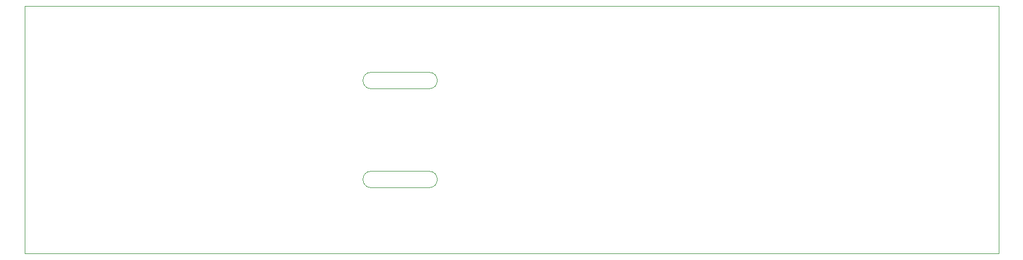
<source format=gbr>
G04 #@! TF.GenerationSoftware,KiCad,Pcbnew,(5.1.4)-1*
G04 #@! TF.CreationDate,2021-03-05T08:28:38-08:00*
G04 #@! TF.ProjectId,BOMPanelClipon,424f4d50-616e-4656-9c43-6c69706f6e2e,rev?*
G04 #@! TF.SameCoordinates,Original*
G04 #@! TF.FileFunction,Profile,NP*
%FSLAX46Y46*%
G04 Gerber Fmt 4.6, Leading zero omitted, Abs format (unit mm)*
G04 Created by KiCad (PCBNEW (5.1.4)-1) date 2021-03-05 08:28:38*
%MOMM*%
%LPD*%
G04 APERTURE LIST*
%ADD10C,0.050000*%
G04 APERTURE END LIST*
D10*
X-21590000Y8890000D02*
X-12700000Y8890000D01*
X-21590000Y6350000D02*
G75*
G02X-21590000Y8890000I0J1270000D01*
G01*
X-12700000Y8890000D02*
G75*
G02X-12700000Y6350000I0J-1270000D01*
G01*
X-12700000Y6350000D02*
X-21590000Y6350000D01*
X-21590000Y-8890000D02*
G75*
G02X-21590000Y-6350000I0J1270000D01*
G01*
X-21590000Y-6350000D02*
X-12700000Y-6350000D01*
X-12700000Y-8890000D02*
X-21590000Y-8890000D01*
X-12700000Y-6350000D02*
G75*
G02X-12700000Y-8890000I0J-1270000D01*
G01*
X-74930000Y-19050000D02*
X-74930000Y19050000D01*
X74930000Y-19050000D02*
X-74930000Y-19050000D01*
X74930000Y19050000D02*
X74930000Y-19050000D01*
X-74930000Y19050000D02*
X74930000Y19050000D01*
M02*

</source>
